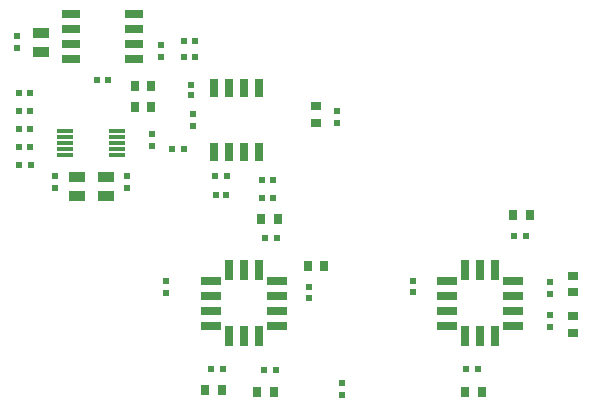
<source format=gtp>
G04*
G04 #@! TF.GenerationSoftware,Altium Limited,Altium Designer,24.2.2 (26)*
G04*
G04 Layer_Color=8421504*
%FSLAX44Y44*%
%MOMM*%
G71*
G04*
G04 #@! TF.SameCoordinates,32683A2E-CEC5-46B4-BDA2-C12D6267EED3*
G04*
G04*
G04 #@! TF.FilePolarity,Positive*
G04*
G01*
G75*
%ADD15R,0.9000X0.8000*%
%ADD16R,0.5000X0.6000*%
%ADD17R,0.6500X1.5000*%
%ADD18R,1.4000X0.3000*%
%ADD19R,1.4300X0.9400*%
%ADD20R,0.6800X1.8000*%
%ADD21R,1.8000X0.6800*%
%ADD22R,0.8000X0.9000*%
%ADD23R,0.6000X0.5000*%
%ADD24R,0.5725X0.6153*%
%ADD25R,1.5000X0.6500*%
%ADD26R,0.6153X0.5725*%
D15*
X-39370Y167020D02*
D03*
Y153020D02*
D03*
X178308Y-10780D02*
D03*
Y-24780D02*
D03*
X178308Y9510D02*
D03*
Y23510D02*
D03*
D16*
X-21590Y162480D02*
D03*
Y152480D02*
D03*
X-292100Y215980D02*
D03*
Y225980D02*
D03*
X159258Y-10160D02*
D03*
Y-20160D02*
D03*
X159258Y7700D02*
D03*
Y17700D02*
D03*
X43180Y19224D02*
D03*
Y9224D02*
D03*
X-17018Y-77390D02*
D03*
Y-67390D02*
D03*
X-143510Y160020D02*
D03*
Y150020D02*
D03*
X-170180Y218360D02*
D03*
Y208360D02*
D03*
X-260350Y97870D02*
D03*
Y107870D02*
D03*
X-199390Y97870D02*
D03*
Y107870D02*
D03*
X-177800Y133430D02*
D03*
Y143430D02*
D03*
X-44958Y4144D02*
D03*
Y14144D02*
D03*
X-165608Y18890D02*
D03*
Y8890D02*
D03*
D17*
X-125730Y181940D02*
D03*
X-113030D02*
D03*
X-100330D02*
D03*
X-87630D02*
D03*
Y127940D02*
D03*
X-100330D02*
D03*
X-113030D02*
D03*
X-125730D02*
D03*
D18*
X-251870Y125890D02*
D03*
Y130890D02*
D03*
Y135890D02*
D03*
Y140890D02*
D03*
Y145890D02*
D03*
X-207870D02*
D03*
Y140890D02*
D03*
Y135890D02*
D03*
Y130890D02*
D03*
Y125890D02*
D03*
D19*
X-271780Y212780D02*
D03*
Y229180D02*
D03*
X-241300Y90860D02*
D03*
Y107260D02*
D03*
X-217170Y90860D02*
D03*
Y107260D02*
D03*
D20*
X87376Y28000D02*
D03*
X100076D02*
D03*
X112776D02*
D03*
Y-28000D02*
D03*
X100076D02*
D03*
X87376D02*
D03*
X-112776Y28000D02*
D03*
X-100076D02*
D03*
X-87376D02*
D03*
Y-28000D02*
D03*
X-100076D02*
D03*
X-112776D02*
D03*
D21*
X128076Y19050D02*
D03*
Y6350D02*
D03*
Y-6350D02*
D03*
Y-19050D02*
D03*
X72076D02*
D03*
Y-6350D02*
D03*
Y6350D02*
D03*
Y19050D02*
D03*
X-72076D02*
D03*
Y6350D02*
D03*
Y-6350D02*
D03*
Y-19050D02*
D03*
X-128076D02*
D03*
Y-6350D02*
D03*
Y6350D02*
D03*
Y19050D02*
D03*
D22*
X101488Y-74930D02*
D03*
X87488D02*
D03*
X142128Y74930D02*
D03*
X128128D02*
D03*
X-192420Y166370D02*
D03*
X-178420D02*
D03*
X-192420Y184150D02*
D03*
X-178420D02*
D03*
X-85486Y71374D02*
D03*
X-71486D02*
D03*
X-32116Y31750D02*
D03*
X-46116D02*
D03*
X-88788Y-74676D02*
D03*
X-74788D02*
D03*
X-118984Y-73660D02*
D03*
X-132984D02*
D03*
D23*
X98218Y-55880D02*
D03*
X88218D02*
D03*
X138858Y57150D02*
D03*
X128858D02*
D03*
X-141050Y222250D02*
D03*
X-151050D02*
D03*
X-151050Y208280D02*
D03*
X-141050D02*
D03*
X-224710Y189230D02*
D03*
X-214710D02*
D03*
X-290750Y177800D02*
D03*
X-280750D02*
D03*
X-290750Y162560D02*
D03*
X-280750D02*
D03*
X-290830Y147320D02*
D03*
X-280830D02*
D03*
X-290750Y132080D02*
D03*
X-280750D02*
D03*
X-290670Y116840D02*
D03*
X-280670D02*
D03*
X-161130Y130810D02*
D03*
X-151130D02*
D03*
X-124300Y107950D02*
D03*
X-114300D02*
D03*
X-75010Y104140D02*
D03*
X-85010D02*
D03*
X-75010Y88900D02*
D03*
X-85010D02*
D03*
X-82216Y55626D02*
D03*
X-72216D02*
D03*
X-82978Y-56388D02*
D03*
X-72978D02*
D03*
X-117682Y-55626D02*
D03*
X-127682D02*
D03*
D24*
X-144780Y184626D02*
D03*
Y176054D02*
D03*
D25*
X-192710Y245110D02*
D03*
Y232410D02*
D03*
Y219710D02*
D03*
Y207010D02*
D03*
X-246710D02*
D03*
Y219710D02*
D03*
Y232410D02*
D03*
Y245110D02*
D03*
D26*
X-123666Y91440D02*
D03*
X-115094D02*
D03*
M02*

</source>
